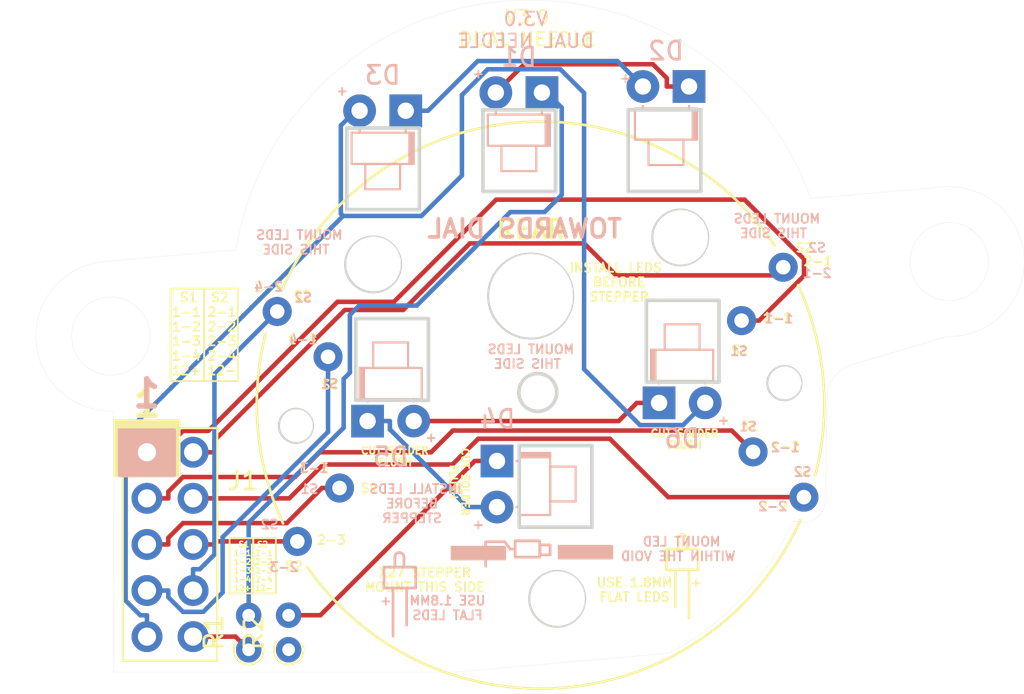
<source format=kicad_pcb>
(kicad_pcb (version 20221018) (generator pcbnew)
  (layers (0 "F.Cu" signal) (31 "B.Cu" signal) (34 "B.Paste" user) (35 "F.Paste" user) (36 "B.SilkS" user "B.Silkscreen") (37 "F.SilkS" user "F.Silkscreen") (38 "B.Mask" user) (39 "F.Mask" user) (44 "Edge.Cuts" user))
  (net 0 "")
  (net 1 "Net-(D1-Pad1)")
  (net 2 "Net-(D1-Pad2)")
  (net 3 "Net-(D2-Pad2)")
  (net 4 "/LED+12V")
  (net 5 "/LED-12V")
  (net 6 "/STEPPER-1-1")
  (net 7 "/STEPPER-1-2")
  (net 8 "/STEPPER-2-1")
  (net 9 "/STEPPER-2-2")
  (net 10 "/STEPPER-1-4")
  (net 11 "/STEPPER-1-3")
  (net 12 "/STEPPER-2-4")
  (net 13 "/STEPPER-2-3")
  (net 14 "Net-(D4-Pad1)")
  (net 15 "Net-(D4-Pad2)")
  (net 16 "Net-(D5-Pad2)")
  (footprint "Resistor_THT:R_Axial_DIN0204_L3.6mm_D1.6mm_P1.90mm_Vertical" (layer "F.Cu") (at 127.65 104.955 90)
    (fp_text reference "R1" (at 0.95 -1.92 90) (layer "F.SilkS"))
    (fp_text value "R")
    (fp_arc (start 0.320095 0.749359) (mid -0.813042 -0.054435) (end 0.417133 -0.7) (stroke (width 0.12)) (layer "F.SilkS"))
    (pad "1" thru_hole circle (at 0 0 90) (size 1.4 1.4) (drill 0.7) (layers "*.Cu" "*.Mask") (net 5 "/LED-12V"))
    (pad "2" thru_hole oval (at 1.9 0 90) (size 1.4 1.4) (drill 0.7) (layers "*.Cu" "*.Mask") (net 1 "Net-(D1-Pad1)"))
  )
  (footprint "Resistor_THT:R_Axial_DIN0204_L3.6mm_D1.6mm_P1.90mm_Vertical" (layer "F.Cu") (at 129.85 104.95 90)
    (fp_text reference "R2" (at 0.95 -1.92 90) (layer "F.SilkS"))
    (fp_text value "R")
    (fp_arc (start 0.320095 0.749359) (mid -0.813042 -0.054435) (end 0.417133 -0.7) (stroke (width 0.12)) (layer "F.SilkS"))
    (pad "1" thru_hole circle (at 0 0 90) (size 1.4 1.4) (drill 0.7) (layers "*.Cu" "*.Mask"))
    (pad "2" thru_hole oval (at 1.9 0 90) (size 1.4 1.4) (drill 0.7) (layers "*.Cu" "*.Mask") (net 14 "Net-(D4-Pad1)"))
  )
  (footprint "Connector_PinHeader_2.54mm:PinHeader_2x05_P2.54mm_Vertical" (layer "F.Cu") (at 122.05 94.07)
    (fp_text reference "J1" (at 5.3 1.575) (layer "F.SilkS"))
    (fp_text value "Conn_02x05_Top_Bottom")
    (fp_line (start -1.33 -1.33) (end 0 -1.33) (stroke (width 0.12)) (layer "F.SilkS"))
    (fp_line (start -1.33 0) (end -1.33 -1.33) (stroke (width 0.12)) (layer "F.SilkS"))
    (fp_line (start -1.33 1.27) (end -1.33 11.49) (stroke (width 0.12)) (layer "F.SilkS"))
    (fp_line (start -1.33 1.27) (end 1.27 1.27) (stroke (width 0.12)) (layer "F.SilkS"))
    (fp_line (start -1.33 11.49) (end 3.87 11.49) (stroke (width 0.12)) (layer "F.SilkS"))
    (fp_line (start 1.27 -1.33) (end 3.87 -1.33) (stroke (width 0.12)) (layer "F.SilkS"))
    (fp_line (start 1.27 1.27) (end 1.27 -1.33) (stroke (width 0.12)) (layer "F.SilkS"))
    (fp_line (start 3.87 -1.33) (end 3.87 11.49) (stroke (width 0.12)) (layer "F.SilkS"))
    (pad "1" thru_hole rect (at 0 0) (size 1.7 1.7) (drill 1) (layers "*.Cu" "*.Mask") (net 6 "/STEPPER-1-1"))
    (pad "2" thru_hole oval (at 2.54 0) (size 1.7 1.7) (drill 1) (layers "*.Cu" "*.Mask") (net 8 "/STEPPER-2-1"))
    (pad "3" thru_hole oval (at 0 2.54) (size 1.7 1.7) (drill 1) (layers "*.Cu" "*.Mask") (net 7 "/STEPPER-1-2"))
    (pad "4" thru_hole oval (at 2.54 2.54) (size 1.7 1.7) (drill 1) (layers "*.Cu" "*.Mask") (net 9 "/STEPPER-2-2"))
    (pad "5" thru_hole oval (at 0 5.08) (size 1.7 1.7) (drill 1) (layers "*.Cu" "*.Mask") (net 11 "/STEPPER-1-3"))
    (pad "6" thru_hole oval (at 2.54 5.08) (size 1.7 1.7) (drill 1) (layers "*.Cu" "*.Mask") (net 13 "/STEPPER-2-3"))
    (pad "7" thru_hole oval (at 0 7.62) (size 1.7 1.7) (drill 1) (layers "*.Cu" "*.Mask") (net 10 "/STEPPER-1-4"))
    (pad "8" thru_hole oval (at 2.54 7.62) (size 1.7 1.7) (drill 1) (layers "*.Cu" "*.Mask") (net 12 "/STEPPER-2-4"))
    (pad "9" thru_hole oval (at 0 10.16) (size 1.7 1.7) (drill 1) (layers "*.Cu" "*.Mask") (net 4 "/LED+12V"))
    (pad "10" thru_hole oval (at 2.54 10.16) (size 1.7 1.7) (drill 1) (layers "*.Cu" "*.Mask") (net 5 "/LED-12V"))
  )
  (footprint "ben:LED_D1.8mm_W1.8mm_H2.4mm_Horizontal_O1.27mm_Z1.6mm-OH" (layer "B.Cu") (at 134.2 92.35)
    (fp_text reference "D5" (at 1.27 1.96) (layer "B.SilkS") (effects (justify mirror)))
    (fp_text value "LED")
    (fp_line (start -0.44 -2.93) (end 2.98 -2.93) (stroke (width 0.12)) (layer "B.SilkS"))
    (fp_line (start -0.44 -1.21) (end -0.44 -2.93) (stroke (width 0.12)) (layer "B.SilkS"))
    (fp_line (start -0.32 -1.21) (end -0.32 -2.93) (stroke (width 0.12)) (layer "B.SilkS"))
    (fp_line (start -0.2 -1.21) (end -0.2 -2.93) (stroke (width 0.12)) (layer "B.SilkS"))
    (fp_line (start 0 -1.21) (end 0 -1.21) (stroke (width 0.12)) (layer "B.SilkS"))
    (fp_line (start 0 -1.21) (end 0 -1.08) (stroke (width 0.12)) (layer "B.SilkS"))
    (fp_line (start 0 -1.08) (end 0 -1.21) (stroke (width 0.12)) (layer "B.SilkS"))
    (fp_line (start 0 -1.08) (end 0 -1.08) (stroke (width 0.12)) (layer "B.SilkS"))
    (fp_line (start 0.31 -4.33) (end 2.23 -4.33) (stroke (width 0.12)) (layer "B.SilkS"))
    (fp_line (start 0.31 -2.93) (end 0.31 -4.33) (stroke (width 0.12)) (layer "B.SilkS"))
    (fp_line (start 2.23 -4.33) (end 2.23 -2.93) (stroke (width 0.12)) (layer "B.SilkS"))
    (fp_line (start 2.23 -2.93) (end 0.31 -2.93) (stroke (width 0.12)) (layer "B.SilkS"))
    (fp_line (start 2.54 -1.21) (end 2.54 -1.21) (stroke (width 0.12)) (layer "B.SilkS"))
    (fp_line (start 2.54 -1.21) (end 2.54 -1.08) (stroke (width 0.12)) (layer "B.SilkS"))
    (fp_line (start 2.54 -1.08) (end 2.54 -1.21) (stroke (width 0.12)) (layer "B.SilkS"))
    (fp_line (start 2.54 -1.08) (end 2.54 -1.08) (stroke (width 0.12)) (layer "B.SilkS"))
    (fp_line (start 2.98 -2.93) (end 2.98 -1.21) (stroke (width 0.12)) (layer "B.SilkS"))
    (fp_line (start 2.98 -1.21) (end -0.44 -1.21) (stroke (width 0.12)) (layer "B.SilkS"))
    (pad "1" thru_hole rect (at 0 0) (size 1.8 1.8) (drill 0.9) (layers "*.Cu" "*.Mask") (net 15 "Net-(D4-Pad2)"))
    (pad "2" thru_hole circle (at 2.54 0) (size 1.8 1.8) (drill 0.9) (layers "*.Cu" "*.Mask") (net 16 "Net-(D5-Pad2)"))
  )
  (footprint "ben:LED_D1.8mm_W1.8mm_H2.4mm_Horizontal_O1.27mm_Z1.6mm-OH" (layer "B.Cu") (at 141.325 94.55 -90)
    (fp_text reference "D4" (at -2.3 -0.025 180) (layer "B.SilkS") (effects (justify mirror)))
    (fp_text value "LED")
    (fp_line (start -0.44 -2.93) (end 2.98 -2.93) (stroke (width 0.12)) (layer "B.SilkS"))
    (fp_line (start -0.44 -1.21) (end -0.44 -2.93) (stroke (width 0.12)) (layer "B.SilkS"))
    (fp_line (start -0.32 -1.21) (end -0.32 -2.93) (stroke (width 0.12)) (layer "B.SilkS"))
    (fp_line (start -0.2 -1.21) (end -0.2 -2.93) (stroke (width 0.12)) (layer "B.SilkS"))
    (fp_line (start 0 -1.21) (end 0 -1.21) (stroke (width 0.12)) (layer "B.SilkS"))
    (fp_line (start 0 -1.21) (end 0 -1.08) (stroke (width 0.12)) (layer "B.SilkS"))
    (fp_line (start 0 -1.08) (end 0 -1.21) (stroke (width 0.12)) (layer "B.SilkS"))
    (fp_line (start 0 -1.08) (end 0 -1.08) (stroke (width 0.12)) (layer "B.SilkS"))
    (fp_line (start 0.31 -4.33) (end 2.23 -4.33) (stroke (width 0.12)) (layer "B.SilkS"))
    (fp_line (start 0.31 -2.93) (end 0.31 -4.33) (stroke (width 0.12)) (layer "B.SilkS"))
    (fp_line (start 2.23 -4.33) (end 2.23 -2.93) (stroke (width 0.12)) (layer "B.SilkS"))
    (fp_line (start 2.23 -2.93) (end 0.31 -2.93) (stroke (width 0.12)) (layer "B.SilkS"))
    (fp_line (start 2.54 -1.21) (end 2.54 -1.21) (stroke (width 0.12)) (layer "B.SilkS"))
    (fp_line (start 2.54 -1.21) (end 2.54 -1.08) (stroke (width 0.12)) (layer "B.SilkS"))
    (fp_line (start 2.54 -1.08) (end 2.54 -1.21) (stroke (width 0.12)) (layer "B.SilkS"))
    (fp_line (start 2.54 -1.08) (end 2.54 -1.08) (stroke (width 0.12)) (layer "B.SilkS"))
    (fp_line (start 2.98 -2.93) (end 2.98 -1.21) (stroke (width 0.12)) (layer "B.SilkS"))
    (fp_line (start 2.98 -1.21) (end -0.44 -1.21) (stroke (width 0.12)) (layer "B.SilkS"))
    (pad "1" thru_hole rect (at 0 0 270) (size 1.8 1.8) (drill 0.9) (layers "*.Cu" "*.Mask") (net 14 "Net-(D4-Pad1)"))
    (pad "2" thru_hole circle (at 2.54 0 270) (size 1.8 1.8) (drill 0.9) (layers "*.Cu" "*.Mask") (net 15 "Net-(D4-Pad2)"))
  )
  (footprint "ben:LED_D1.8mm_W1.8mm_H2.4mm_Horizontal_O1.27mm_Z1.6mm-OH" (layer "B.Cu") (at 150.25 91.35)
    (fp_text reference "D6" (at 1.27 1.96) (layer "B.SilkS") (effects (justify mirror)))
    (fp_text value "LED")
    (fp_line (start -0.44 -2.93) (end 2.98 -2.93) (stroke (width 0.12)) (layer "B.SilkS"))
    (fp_line (start -0.44 -1.21) (end -0.44 -2.93) (stroke (width 0.12)) (layer "B.SilkS"))
    (fp_line (start -0.32 -1.21) (end -0.32 -2.93) (stroke (width 0.12)) (layer "B.SilkS"))
    (fp_line (start -0.2 -1.21) (end -0.2 -2.93) (stroke (width 0.12)) (layer "B.SilkS"))
    (fp_line (start 0 -1.21) (end 0 -1.21) (stroke (width 0.12)) (layer "B.SilkS"))
    (fp_line (start 0 -1.21) (end 0 -1.08) (stroke (width 0.12)) (layer "B.SilkS"))
    (fp_line (start 0 -1.08) (end 0 -1.21) (stroke (width 0.12)) (layer "B.SilkS"))
    (fp_line (start 0 -1.08) (end 0 -1.08) (stroke (width 0.12)) (layer "B.SilkS"))
    (fp_line (start 0.31 -4.33) (end 2.23 -4.33) (stroke (width 0.12)) (layer "B.SilkS"))
    (fp_line (start 0.31 -2.93) (end 0.31 -4.33) (stroke (width 0.12)) (layer "B.SilkS"))
    (fp_line (start 2.23 -4.33) (end 2.23 -2.93) (stroke (width 0.12)) (layer "B.SilkS"))
    (fp_line (start 2.23 -2.93) (end 0.31 -2.93) (stroke (width 0.12)) (layer "B.SilkS"))
    (fp_line (start 2.54 -1.21) (end 2.54 -1.21) (stroke (width 0.12)) (layer "B.SilkS"))
    (fp_line (start 2.54 -1.21) (end 2.54 -1.08) (stroke (width 0.12)) (layer "B.SilkS"))
    (fp_line (start 2.54 -1.08) (end 2.54 -1.21) (stroke (width 0.12)) (layer "B.SilkS"))
    (fp_line (start 2.54 -1.08) (end 2.54 -1.08) (stroke (width 0.12)) (layer "B.SilkS"))
    (fp_line (start 2.98 -2.93) (end 2.98 -1.21) (stroke (width 0.12)) (layer "B.SilkS"))
    (fp_line (start 2.98 -1.21) (end -0.44 -1.21) (stroke (width 0.12)) (layer "B.SilkS"))
    (pad "1" thru_hole rect (at 0 0) (size 1.8 1.8) (drill 0.9) (layers "*.Cu" "*.Mask") (net 16 "Net-(D5-Pad2)"))
    (pad "2" thru_hole circle (at 2.54 0) (size 1.8 1.8) (drill 0.9) (layers "*.Cu" "*.Mask") (net 4 "/LED+12V"))
  )
  (footprint "ben:LED_D1.8mm_W1.8mm_H2.4mm_Horizontal_O1.27mm_Z1.6mm-OH" (layer "B.Cu") (at 136.3 75.25 180)
    (fp_text reference "D3" (at 1.27 1.96) (layer "B.SilkS") (effects (justify mirror)))
    (fp_text value "LED")
    (fp_line (start -0.44 -2.93) (end 2.98 -2.93) (stroke (width 0.12)) (layer "B.SilkS"))
    (fp_line (start -0.44 -1.21) (end -0.44 -2.93) (stroke (width 0.12)) (layer "B.SilkS"))
    (fp_line (start -0.32 -1.21) (end -0.32 -2.93) (stroke (width 0.12)) (layer "B.SilkS"))
    (fp_line (start -0.2 -1.21) (end -0.2 -2.93) (stroke (width 0.12)) (layer "B.SilkS"))
    (fp_line (start 0 -1.21) (end 0 -1.21) (stroke (width 0.12)) (layer "B.SilkS"))
    (fp_line (start 0 -1.21) (end 0 -1.08) (stroke (width 0.12)) (layer "B.SilkS"))
    (fp_line (start 0 -1.08) (end 0 -1.21) (stroke (width 0.12)) (layer "B.SilkS"))
    (fp_line (start 0 -1.08) (end 0 -1.08) (stroke (width 0.12)) (layer "B.SilkS"))
    (fp_line (start 0.31 -4.33) (end 2.23 -4.33) (stroke (width 0.12)) (layer "B.SilkS"))
    (fp_line (start 0.31 -2.93) (end 0.31 -4.33) (stroke (width 0.12)) (layer "B.SilkS"))
    (fp_line (start 2.23 -4.33) (end 2.23 -2.93) (stroke (width 0.12)) (layer "B.SilkS"))
    (fp_line (start 2.23 -2.93) (end 0.31 -2.93) (stroke (width 0.12)) (layer "B.SilkS"))
    (fp_line (start 2.54 -1.21) (end 2.54 -1.21) (stroke (width 0.12)) (layer "B.SilkS"))
    (fp_line (start 2.54 -1.21) (end 2.54 -1.08) (stroke (width 0.12)) (layer "B.SilkS"))
    (fp_line (start 2.54 -1.08) (end 2.54 -1.21) (stroke (width 0.12)) (layer "B.SilkS"))
    (fp_line (start 2.54 -1.08) (end 2.54 -1.08) (stroke (width 0.12)) (layer "B.SilkS"))
    (fp_line (start 2.98 -2.93) (end 2.98 -1.21) (stroke (width 0.12)) (layer "B.SilkS"))
    (fp_line (start 2.98 -1.21) (end -0.44 -1.21) (stroke (width 0.12)) (layer "B.SilkS"))
    (pad "1" thru_hole rect (at 0 0 180) (size 1.8 1.8) (drill 0.9) (layers "*.Cu" "*.Mask") (net 3 "Net-(D2-Pad2)"))
    (pad "2" thru_hole circle (at 2.54 0 180) (size 1.8 1.8) (drill 0.9) (layers "*.Cu" "*.Mask") (net 4 "/LED+12V"))
  )
  (footprint "ben:LED_D1.8mm_W1.8mm_H2.4mm_Horizontal_O1.27mm_Z1.6mm-OH" (layer "B.Cu") (at 151.9 73.914 180)
    (fp_text reference "D2" (at 1.27 1.96) (layer "B.SilkS") (effects (justify mirror)))
    (fp_text value "LED")
    (fp_line (start -0.44 -2.93) (end 2.98 -2.93) (stroke (width 0.12)) (layer "B.SilkS"))
    (fp_line (start -0.44 -1.21) (end -0.44 -2.93) (stroke (width 0.12)) (layer "B.SilkS"))
    (fp_line (start -0.32 -1.21) (end -0.32 -2.93) (stroke (width 0.12)) (layer "B.SilkS"))
    (fp_line (start -0.2 -1.21) (end -0.2 -2.93) (stroke (width 0.12)) (layer "B.SilkS"))
    (fp_line (start 0 -1.21) (end 0 -1.21) (stroke (width 0.12)) (layer "B.SilkS"))
    (fp_line (start 0 -1.21) (end 0 -1.08) (stroke (width 0.12)) (layer "B.SilkS"))
    (fp_line (start 0 -1.08) (end 0 -1.21) (stroke (width 0.12)) (layer "B.SilkS"))
    (fp_line (start 0 -1.08) (end 0 -1.08) (stroke (width 0.12)) (layer "B.SilkS"))
    (fp_line (start 0.31 -4.33) (end 2.23 -4.33) (stroke (width 0.12)) (layer "B.SilkS"))
    (fp_line (start 0.31 -2.93) (end 0.31 -4.33) (stroke (width 0.12)) (layer "B.SilkS"))
    (fp_line (start 2.23 -4.33) (end 2.23 -2.93) (stroke (width 0.12)) (layer "B.SilkS"))
    (fp_line (start 2.23 -2.93) (end 0.31 -2.93) (stroke (width 0.12)) (layer "B.SilkS"))
    (fp_line (start 2.54 -1.21) (end 2.54 -1.21) (stroke (width 0.12)) (layer "B.SilkS"))
    (fp_line (start 2.54 -1.21) (end 2.54 -1.08) (stroke (width 0.12)) (layer "B.SilkS"))
    (fp_line (start 2.54 -1.08) (end 2.54 -1.21) (stroke (width 0.12)) (layer "B.SilkS"))
    (fp_line (start 2.54 -1.08) (end 2.54 -1.08) (stroke (width 0.12)) (layer "B.SilkS"))
    (fp_line (start 2.98 -2.93) (end 2.98 -1.21) (stroke (width 0.12)) (layer "B.SilkS"))
    (fp_line (start 2.98 -1.21) (end -0.44 -1.21) (stroke (width 0.12)) (layer "B.SilkS"))
    (pad "1" thru_hole rect (at 0 0 180) (size 1.8 1.8) (drill 0.9) (layers "*.Cu" "*.Mask") (net 2 "Net-(D1-Pad2)"))
    (pad "2" thru_hole circle (at 2.54 0 180) (size 1.8 1.8) (drill 0.9) (layers "*.Cu" "*.Mask") (net 3 "Net-(D2-Pad2)"))
  )
  (footprint "single-x40:X40-stepper" (layer "B.Cu") (at 143.7229 91.4272 -175)
    (fp_text reference "U1" hide)
    (fp_text value "X40-stepper-gkl_misc" hide)
    (fp_arc (start -14.7 5.3) (mid -15.626189 0.047138) (end -14.731708 -5.211216) (stroke (width 0.15)) (layer "F.SilkS"))
    (fp_arc (start -13.7 -7.6) (mid -0.111624 -15.666446) (end 13.590314 -7.794445) (stroke (width 0.15)) (layer "F.SilkS"))
    (fp_arc (start 13.6 7.6) (mid 0 15.579474) (end -13.6 7.6) (stroke (width 0.15)) (layer "F.SilkS"))
    (fp_arc (start 14.7 -5.3) (mid 15.626189 -0.047138) (end 14.731708 5.211216) (stroke (width 0.15)) (layer "F.SilkS"))
    (pad "" np_thru_hole circle (at -13.5 0 185) (size 1.8 1.8) (drill 1.8) (layers "*.Cu" "*.Mask"))
    (pad "" np_thru_hole circle (at -8.49 8.49 185) (size 3 3) (drill 3) (layers "*.Cu" "*.Mask"))
    (pad "" np_thru_hole circle (at 0 -10.75 185) (size 3 3) (drill 3) (layers "*.Cu" "*.Mask"))
    (pad "" np_thru_hole circle (at 0 6 185) (size 4.6 4.6) (drill 4.6) (layers "*.Cu" "*.Mask"))
    (pad "" np_thru_hole circle (at 8.49 8.5 185) (size 3 3) (drill 3) (layers "*.Cu" "*.Mask"))
    (pad "" np_thru_hole circle (at 13.5 0 185) (size 1.8 1.8) (drill 1.8) (layers "*.Cu" "*.Mask"))
    (pad "1" thru_hole circle (at -11.43 3.63 185) (size 1.6 1.6) (drill 0.8) (layers "*.Cu" "*.Mask") (net 6 "/STEPPER-1-1"))
    (pad "2" thru_hole circle (at -11.43 -3.63 185) (size 1.6 1.6) (drill 0.8) (layers "*.Cu" "*.Mask") (net 7 "/STEPPER-1-2"))
    (pad "3" thru_hole circle (at 11.43 -3.63 185) (size 1.6 1.6) (drill 0.8) (layers "*.Cu" "*.Mask") (net 11 "/STEPPER-1-3"))
    (pad "4" thru_hole circle (at 11.43 3.63 185) (size 1.6 1.6) (drill 0.8) (layers "*.Cu" "*.Mask") (net 10 "/STEPPER-1-4"))
    (pad "5" thru_hole circle (at -13.97 6.36 185) (size 1.6 1.6) (drill 0.8) (layers "*.Cu" "*.Mask") (net 8 "/STEPPER-2-1"))
    (pad "6" thru_hole circle (at -14 -6.36 185) (size 1.6 1.6) (drill 0.8) (layers "*.Cu" "*.Mask") (net 9 "/STEPPER-2-2"))
    (pad "7" thru_hole circle (at 14 -6.36 185) (size 1.6 1.6) (drill 0.8) (layers "*.Cu" "*.Mask") (net 13 "/STEPPER-2-3"))
    (pad "8" thru_hole circle (at 14 6.36 185) (size 1.6 1.6) (drill 0.8) (layers "*.Cu" "*.Mask") (net 12 "/STEPPER-2-4"))
  )
  (footprint "ben:LED_D1.8mm_W1.8mm_H2.4mm_Horizontal_O1.27mm_Z1.6mm-OH" (layer "B.Cu") (at 143.8 74.25 180)
    (fp_text reference "D1" (at 1.27 1.96) (layer "B.SilkS") (effects (justify mirror)))
    (fp_text value "LED")
    (fp_line (start -0.44 -2.93) (end 2.98 -2.93) (stroke (width 0.12)) (layer "B.SilkS"))
    (fp_line (start -0.44 -1.21) (end -0.44 -2.93) (stroke (width 0.12)) (layer "B.SilkS"))
    (fp_line (start -0.32 -1.21) (end -0.32 -2.93) (stroke (width 0.12)) (layer "B.SilkS"))
    (fp_line (start -0.2 -1.21) (end -0.2 -2.93) (stroke (width 0.12)) (layer "B.SilkS"))
    (fp_line (start 0 -1.21) (end 0 -1.21) (stroke (width 0.12)) (layer "B.SilkS"))
    (fp_line (start 0 -1.21) (end 0 -1.08) (stroke (width 0.12)) (layer "B.SilkS"))
    (fp_line (start 0 -1.08) (end 0 -1.21) (stroke (width 0.12)) (layer "B.SilkS"))
    (fp_line (start 0 -1.08) (end 0 -1.08) (stroke (width 0.12)) (layer "B.SilkS"))
    (fp_line (start 0.31 -4.33) (end 2.23 -4.33) (stroke (width 0.12)) (layer "B.SilkS"))
    (fp_line (start 0.31 -2.93) (end 0.31 -4.33) (stroke (width 0.12)) (layer "B.SilkS"))
    (fp_line (start 2.23 -4.33) (end 2.23 -2.93) (stroke (width 0.12)) (layer "B.SilkS"))
    (fp_line (start 2.23 -2.93) (end 0.31 -2.93) (stroke (width 0.12)) (layer "B.SilkS"))
    (fp_line (start 2.54 -1.21) (end 2.54 -1.21) (stroke (width 0.12)) (layer "B.SilkS"))
    (fp_line (start 2.54 -1.21) (end 2.54 -1.08) (stroke (width 0.12)) (layer "B.SilkS"))
    (fp_line (start 2.54 -1.08) (end 2.54 -1.21) (stroke (width 0.12)) (layer "B.SilkS"))
    (fp_line (start 2.54 -1.08) (end 2.54 -1.08) (stroke (width 0.12)) (layer "B.SilkS"))
    (fp_line (start 2.98 -2.93) (end 2.98 -1.21) (stroke (width 0.12)) (layer "B.SilkS"))
    (fp_line (start 2.98 -1.21) (end -0.44 -1.21) (stroke (width 0.12)) (layer "B.SilkS"))
    (pad "1" thru_hole rect (at 0 0 180) (size 1.8 1.8) (drill 0.9) (layers "*.Cu" "*.Mask") (net 1 "Net-(D1-Pad1)"))
    (pad "2" thru_hole circle (at 2.54 0 180) (size 1.8 1.8) (drill 0.9) (layers "*.Cu" "*.Mask") (net 2 "Net-(D1-Pad2)"))
  )
  (gr_line (start 136.35 103.6) (end 136.35 101.6) (stroke (width 0.15)) (layer "B.SilkS"))
  (gr_line (start 140.7 99) (end 141.75 99) (stroke (width 0.15)) (layer "B.SilkS"))
  (gr_line (start 135.7 100.4) (end 135.7 99.82813) (stroke (width 0.15)) (layer "B.SilkS"))
  (gr_rect (start 138.85 99.3) (end 141.75 99.95) (stroke (width 0.15)) (fill solid) (layer "B.SilkS"))
  (gr_rect (start 120.55 92.85) (end 123.55 95.35) (stroke (width 0.2)) (fill solid) (layer "B.SilkS"))
  (gr_line (start 136.2 100.4) (end 136.2 99.82813) (stroke (width 0.15)) (layer "B.SilkS"))
  (gr_arc (start 135.7 99.82813) (mid 135.95 99.6) (end 136.2 99.82813) (stroke (width 0.15)) (layer "B.SilkS"))
  (gr_line (start 142.05 99.4) (end 142.325 99.4) (stroke (width 0.15)) (layer "B.SilkS"))
  (gr_rect (start 144.75 99.25) (end 147.65 99.9) (stroke (width 0.15)) (fill solid) (layer "B.SilkS"))
  (gr_line (start 140.7 100.35) (end 140.7 99) (stroke (width 0.15)) (layer "B.SilkS"))
  (gr_rect (start 135.1 100.4) (end 136.85 101.55) (stroke (width 0.15)) (fill none) (layer "B.SilkS"))
  (gr_line (start 141.75 99) (end 142.05 99.4) (stroke (width 0.15)) (layer "B.SilkS"))
  (gr_rect (start 142.325 98.95) (end 143.675 99.85) (stroke (width 0.15)) (fill none) (layer "B.SilkS"))
  (gr_rect (start 143.7 99.175) (end 144.25 99.725) (stroke (width 0.15)) (fill none) (layer "B.SilkS"))
  (gr_line (start 135.6 104.2) (end 135.6 101.6) (stroke (width 0.15)) (layer "B.SilkS"))
  (gr_line (start 151.9 100.6) (end 151.9 103.2) (stroke (width 0.15)) (layer "F.SilkS"))
  (gr_line (start 151.15 100.6) (end 151.15 102.6) (stroke (width 0.15)) (layer "F.SilkS"))
  (gr_rect (start 123.35 85.05) (end 125.2 90.15) (stroke (width 0.1)) (fill none) (layer "F.SilkS"))
  (gr_rect (start 125.2 85.05) (end 127.05 90.15) (stroke (width 0.1)) (fill none) (layer "F.SilkS"))
  (gr_line (start 151.8 98.82813) (end 151.8 99.4) (stroke (width 0.15)) (layer "F.SilkS"))
  (gr_rect (start 126.6 98.8) (end 127.9 101.85) (stroke (width 0.1)) (fill none) (layer "F.SilkS"))
  (gr_rect (start 150.65 99.4) (end 152.4 100.55) (stroke (width 0.15)) (fill none) (layer "F.SilkS"))
  (gr_line (start 151.3 98.82813) (end 151.3 99.4) (stroke (width 0.15)) (layer "F.SilkS"))
  (gr_line (start 151.35 99.4) (end 151.85 99.4) (stroke (width 0.15)) (layer "F.SilkS"))
  (gr_rect (start 127.9 98.8) (end 129.15 101.85) (stroke (width 0.1)) (fill none) (layer "F.SilkS"))
  (gr_rect (start 120.3 92.35) (end 123.8 95.35) (stroke (width 0.2)) (fill solid) (layer "F.SilkS"))
  (gr_arc (start 151.3 98.82813) (mid 151.55 98.6) (end 151.8 98.82813) (stroke (width 0.15)) (layer "F.SilkS"))
  (gr_line (start 137.55 91.2) (end 133.55 91.2) (stroke (width 0.2)) (layer "Edge.Cuts"))
  (gr_line (start 159.415035 96.692033) (end 159.503261 90.792896) (stroke (width 0.01)) (layer "Edge.Cuts"))
  (gr_arc (start 120.220136 91.793442) (mid 115.936516 87.931386) (end 119.695947 83.557423) (stroke (width 0.01)) (layer "Edge.Cuts"))
  (gr_line (start 146.55 98.2) (end 142.55 98.2) (stroke (width 0.2)) (layer "Edge.Cuts"))
  (gr_line (start 165.863593 79.450472) (end 158.607673 80.085282) (stroke (width 0.01)) (layer "Edge.Cuts"))
  (gr_line (start 152.55 79.7) (end 148.55 79.7) (stroke (width 0.2)) (layer "Edge.Cuts"))
  (gr_circle (center 166.223328 83.562265) (end 168.375978 83.562265) (stroke (width 0.01)) (fill none) (layer "Edge.Cuts"))
  (gr_line (start 161.032214 89.195196) (end 166.107598 87.688143) (stroke (width 0.01)) (layer "Edge.Cuts"))
  (gr_line (start 137.05 80.7) (end 133.05 80.7) (stroke (width 0.2)) (layer "Edge.Cuts"))
  (gr_line (start 140.55 75.2) (end 144.55 75.2) (stroke (width 0.2)) (layer "Edge.Cuts"))
  (gr_arc (start 147.100821 69.643497) (mid 149.304488 70.363418) (end 151.384732 71.386657) (stroke (width 0.01)) (layer "Edge.Cuts"))
  (gr_circle (center 143.177557 85.462053) (end 140.877557 85.462053) (stroke (width 0.2)) (fill none) (layer "Edge.Cuts"))
  (gr_line (start 144.55 79.7) (end 140.55 79.7) (stroke (width 0.2)) (layer "Edge.Cuts"))
  (gr_line (start 133.05 80.7) (end 133.05 76.2) (stroke (width 0.2)) (layer "Edge.Cuts"))
  (gr_arc (start 157.642421 97.851357) (mid 154.827166 102.07375) (end 150.787931 105.146021) (stroke (width 0.01)) (layer "Edge.Cuts"))
  (gr_line (start 146.55 93.7) (end 146.55 98.2) (stroke (width 0.2)) (layer "Edge.Cuts"))
  (gr_line (start 120.220137 92.812589) (end 120.190154 106.181059) (stroke (width 0.01)) (layer "Edge.Cuts"))
  (gr_line (start 126.95182 82.922616) (end 119.695947 83.557423) (stroke (width 0.01)) (layer "Edge.Cuts"))
  (gr_arc (start 159.415035 96.692033) (mid 159.056246 97.561256) (end 158.2 97.95) (stroke (width 0.01)) (layer "Edge.Cuts"))
  (gr_line (start 149.55 85.7) (end 153.55 85.7) (stroke (width 0.2)) (layer "Edge.Cuts"))
  (gr_line (start 120.220136 91.79344) (end 120.220137 92.812589) (stroke (width 0.01)) (layer "Edge.Cuts"))
  (gr_line (start 140.55 79.7) (end 140.55 75.2) (stroke (width 0.2)) (layer "Edge.Cuts"))
  (gr_line (start 120.190154 106.181059) (end 138.957399 106.181059) (stroke (width 0.01)) (layer "Edge.Cuts"))
  (gr_circle (center 151.41736 82.231614) (end 149.91736 82.231614) (stroke (width 0.2)) (fill none) (layer "Edge.Cuts"))
  (gr_line (start 152.55 75.2) (end 152.55 79.7) (stroke (width 0.2)) (layer "Edge.Cuts"))
  (gr_circle (center 120.055684 87.669218) (end 122.208334 87.669218) (stroke (width 0.01)) (fill none) (layer "Edge.Cuts"))
  (gr_circle (center 143.570017 90.774461) (end 142.52639 90.774461) (stroke (width 0.2)) (fill none) (layer "Edge.Cuts"))
  (gr_line (start 148.55 75.2) (end 152.55 75.2) (stroke (width 0.2)) (layer "Edge.Cuts"))
  (gr_line (start 133.05 76.2) (end 137.05 76.2) (stroke (width 0.2)) (layer "Edge.Cuts"))
  (gr_line (start 133.55 86.7) (end 137.55 86.7) (stroke (width 0.2)) (layer "Edge.Cuts"))
  (gr_circle (center 157.149119 90.262618) (end 156.249119 90.262618) (stroke (width 0.2)) (fill none) (layer "Edge.Cuts"))
  (gr_line (start 153.55 90.2) (end 149.55 90.2) (stroke (width 0.2)) (layer "Edge.Cuts"))
  (gr_circle (center 144.637415 102.148314) (end 143.137415 102.148314) (stroke (width 0.2)) (fill none) (layer "Edge.Cuts"))
  (gr_line (start 142.55 98.2) (end 142.55 93.7) (stroke (width 0.2)) (layer "Edge.Cuts"))
  (gr_line (start 144.55 75.2) (end 144.55 79.7) (stroke (width 0.2)) (layer "Edge.Cuts"))
  (gr_circle (center 130.251863 92.615823) (end 129.351863 92.615823) (stroke (width 0.2)) (fill none) (layer "Edge.Cuts"))
  (gr_line (start 142.55 93.7) (end 146.55 93.7) (stroke (width 0.2)) (layer "Edge.Cuts"))
  (gr_line (start 137.05 76.2) (end 137.05 80.7) (stroke (width 0.2)) (layer "Edge.Cuts"))
  (gr_circle (center 134.502846 83.72148) (end 133.002846 83.72148) (stroke (width 0.2)) (fill none) (layer "Edge.Cuts"))
  (gr_arc (start 165.863593 79.450472) (mid 170.349018 83.44006) (end 166.107598 87.688143) (stroke (width 0.01)) (layer "Edge.Cuts"))
  (gr_line (start 137.55 86.7) (end 137.55 91.2) (stroke (width 0.2)) (layer "Edge.Cuts"))
  (gr_arc (start 151.384681 71.386729) (mid 155.768943 75.094326) (end 158.607673 80.085282) (stroke (width 0.01)) (layer "Edge.Cuts"))
  (gr_line (start 153.55 85.7) (end 153.55 90.2) (stroke (width 0.2)) (layer "Edge.Cuts"))
  (gr_line (start 138.957399 106.181059) (end 150.787931 105.146021) (stroke (width 0.01)) (layer "Edge.Cuts"))
  (gr_line (start 133.55 91.2) (end 133.55 86.7) (stroke (width 0.2)) (layer "Edge.Cuts"))
  (gr_arc (start 159.503261 90.792896) (mid 160.026816 89.76349) (end 161.032214 89.195196) (stroke (width 0.01)) (layer "Edge.Cuts"))
  (gr_line (start 151.384681 71.386729) (end 151.384732 71.386657) (stroke (width 0.2)) (layer "Edge.Cuts"))
  (gr_line (start 149.55 90.2) (end 149.55 85.7) (stroke (width 0.2)) (layer "Edge.Cuts"))
  (gr_line (start 148.55 79.7) (end 148.55 75.2) (stroke (width 0.2)) (layer "Edge.Cuts"))
  (gr_line (start 157.642421 97.851357) (end 158.2 97.95) (stroke (width 0.01)) (layer "Edge.Cuts"))
  (gr_arc (start 126.95182 82.922616) (mid 134.108302 71.855416) (end 147.100821 69.643497) (stroke (width 0.01)) (layer "Edge.Cuts"))
  (gr_text "1-1\n" (at 156.85 86.7) (layer "B.SilkS") (effects (font (size 0.5 0.5) (thickness 0.1)) (justify mirror)))
  (gr_text "1" (at 122.032348 90.83815) (layer "B.SilkS") (effects (font (size 1.5 1.5) (thickness 0.3)) (justify mirror)))
  (gr_text "+" (at 135.2 102.25) (layer "B.SilkS") (effects (font (size 0.5 0.5) (thickness 0.1)) (justify mirror)))
  (gr_text "MOUNT LED \nWITHIN THE VOID" (at 151.3 99.4) (layer "B.SilkS") (effects (font (size 0.5 0.5) (thickness 0.1)) (justify mirror)))
  (gr_text "2-4" (at 128.75 84.95) (layer "B.SilkS") (effects (font (size 0.5 0.5) (thickness 0.1)) (justify mirror)))
  (gr_text "+" (at 132.8 74.15) (layer "B.SilkS") (effects (font (size 0.5 0.5) (thickness 0.1)) (justify mirror)))
  (gr_text "+" (at 140.3 98.05) (layer "B.SilkS") (effects (font (size 0.5 0.5) (thickness 0.1)) (justify mirror)))
  (gr_text "2-3" (at 129.6 100.4) (layer "B.SilkS") (effects (font (size 0.5 0.5) (thickness 0.1)) (justify mirror)))
  (gr_text "1-2\n" (at 157.2 93.8) (layer "B.SilkS") (effects (font (size 0.5 0.5) (thickness 0.1)) (justify mirror)))
  (gr_text "+" (at 153.8 92.3) (layer "B.SilkS") (effects (font (size 0.5 0.5) (thickness 0.1)) (justify mirror)))
  (gr_text "TOWARDS DIAL" (at 142.85 81.75) (layer "B.SilkS") (effects (font (size 1 1) (thickness 0.2)) (justify mirror)))
  (gr_text "MOUNT LEDS \nTHIS SIDE" (at 130.25 82.5) (layer "B.SilkS") (effects (font (size 0.5 0.5) (thickness 0.1)) (justify mirror)))
  (gr_text "+" (at 148.4 73.45) (layer "B.SilkS") (effects (font (size 0.5 0.5) (thickness 0.1)) (justify mirror)))
  (gr_text "USE 1.8MM\nFLAT LEDS" (at 138.6 102.65) (layer "B.SilkS") (effects (font (size 0.5 0.5) (thickness 0.1)) (justify mirror)))
  (gr_text "S2" (at 158.95 82.8) (layer "B.SilkS") (effects (font (size 0.5 0.5) (thickness 0.1)) (justify mirror)))
  (gr_text "S1" (at 132.1 90.3) (layer "B.SilkS") (effects (font (size 0.5 0.5) (thickness 0.1)) (justify mirror)))
  (gr_text "+" (at 137.7 93.25) (layer "B.SilkS") (effects (font (size 0.5 0.5) (thickness 0.1)) (justify mirror)))
  (gr_text "2-2\n" (at 156.5 97.05) (layer "B.SilkS") (effects (font (size 0.5 0.5) (thickness 0.1)) (justify mirror)))
  (gr_text "1-3" (at 131.25 94.95) (layer "B.SilkS") (effects (font (size 0.5 0.5) (thickness 0.1)) (justify mirror)))
  (gr_text "V3.0\nDUAL NEEDLE" (at 142.9 70.8) (layer "B.SilkS") (effects (font (size 0.75 0.75) (thickness 0.1)) (justify mirror)))
  (gr_text "2-1" (at 158.95 84.2) (layer "B.SilkS") (effects (font (size 0.5 0.5) (thickness 0.1)) (justify mirror)))
  (gr_text "S2" (at 158.15 95.15) (layer "B.SilkS") (effects (font (size 0.5 0.5) (thickness 0.1)) (justify mirror)))
  (gr_text "S1" (at 131 96.1) (layer "B.SilkS") (effects (font (size 0.5 0.5) (thickness 0.1)) (justify mirror)))
  (gr_text "MOUNT LEDS \nTHIS SIDE" (at 156.55 81.6) (layer "B.SilkS") (effects (font (size 0.5 0.5) (thickness 0.1)) (justify mirror)))
  (gr_text "+" (at 140.3 73.2) (layer "B.SilkS") (effects (font (size 0.5 0.5) (thickness 0.1)) (justify mirror)))
  (gr_text "S1" (at 154.65 88.5) (layer "B.SilkS") (effects (font (size 0.5 0.5) (thickness 0.1)) (justify mirror)))
  (gr_text "INSTALL LEDS \nBEFORE\nSTEPPER" (at 136.65 96.9) (layer "B.SilkS") (effects (font (size 0.5 0.5) (thickness 0.1)) (justify mirror)))
  (gr_text "MOUNT LEDS \nTHIS SIDE" (at 143 88.8) (layer "B.SilkS") (effects (font (size 0.5 0.5) (thickness 0.1)) (justify mirror)))
  (gr_text "S1" (at 155.15 92.65) (layer "B.SilkS") (effects (font (size 0.5 0.5) (thickness 0.1)) (justify mirror)))
  (gr_text "1-4" (at 130.65 87.85) (layer "B.SilkS") (effects (font (size 0.5 0.5) (thickness 0.1)) (justify mirror)))
  (gr_text "S2" (at 130.65 85.55) (layer "B.SilkS") (effects (font (size 0.5 0.5) (thickness 0.1)) (justify mirror)))
  (gr_text "S2" (at 128.8 98.05) (layer "B.SilkS") (effects (font (size 0.5 0.5) (thickness 0.1)) (justify mirror)))
  (gr_text "1" (at 122.05 91.35) (layer "F.SilkS") (effects (font (size 1.5 1.5) (thickness 0.3))))
  (gr_text "S1" (at 132.15 90.35) (layer "F.SilkS") (effects (font (size 0.5 0.5) (thickness 0.1))))
  (gr_text "INSTALL LEDS \nBEFORE\nSTEPPER" (at 148.05 84.7) (layer "F.SilkS") (effects (font (size 0.5 0.5) (thickness 0.1))))
  (gr_text "2-1" (at 159 83.55) (layer "F.SilkS") (effects (font (size 0.5 0.5) (thickness 0.1))))
  (gr_text "2-2" (at 156.55 97.05) (layer "F.SilkS") (effects (font (size 0.5 0.5) (thickness 0.1))))
  (gr_text "S2" (at 158.25 82.8) (layer "F.SilkS") (effects (font (size 0.5 0.5) (thickness 0.1))))
  (gr_text "S2" (at 130.15 100.35) (layer "F.SilkS") (effects (font (size 0.5 0.5) (thickness 0.1))))
  (gr_text "CUT SOLDER\nFLUSH" (at 135.7 94.3) (layer "F.SilkS") (effects (font (size 0.4 0.4) (thickness 0.1))))
  (gr_text "1-3" (at 131.25 94.95) (layer "F.SilkS") (effects (font (size 0.5 0.5) (thickness 0.1))))
  (gr_text "USE 1.8MM\nFLAT LEDS" (at 148.9 101.65) (layer "F.SilkS") (effects (font (size 0.5 0.5) (thickness 0.1))))
  (gr_text "S1  S2\n1-1 2-1\n1-2 2-2\n1-3 2-3\n1-4 2-4\n12+ 12-" (at 127.9 100.35) (layer "F.SilkS") (effects (font (size 0.3 0.3) (thickness 0.075))))
  (gr_text "2-3" (at 132.2 98.9) (layer "F.SilkS") (effects (font (size 0.5 0.5) (thickness 0.1))))
  (gr_text "REAR" (at 143.2 81.8) (layer "F.SilkS") (effects (font (size 1 1) (thickness 0.2))))
  (gr_text "1-1\n" (at 156.75 86.65) (layer "F.SilkS") (effects (font (size 0.5 0.5) (thickness 0.1))))
  (gr_text "CUT SOLDER\nFLUSH" (at 139.25 95.7 270) (layer "F.SilkS") (effects (font (size 0.4 0.4) (thickness 0.1))))
  (gr_text "S1" (at 154.7 88.45) (layer "F.SilkS") (effects (font (size 0.5 0.5) (thickness 0.1))))
  (gr_text "1-2" (at 157.2 93.75) (layer "F.SilkS") (effects (font (size 0.5 0.5) (thickness 0.1))))
  (gr_text "2-4\n" (at 128.75 84.95) (layer "F.SilkS") (effects (font (size 0.5 0.5) (thickness 0.1))))
  (gr_text "1-4\n" (at 130.6 87.85) (layer "F.SilkS") (effects (font (size 0.5 0.5) (thickness 0.1))))
  (gr_text "S2" (at 130.6 85.45) (layer "F.SilkS") (effects (font (size 0.5 0.5) (thickness 0.1))))
  (gr_text "X27 STEPPER\nMOUNT THIS SIDE" (at 137.35 101.1) (layer "F.SilkS") (effects (font (size 0.5 0.5) (thickness 0.1))))
  (gr_text "S2" (at 158.15 95.15) (layer "F.SilkS") (effects (font (size 0.5 0.5) (thickness 0.1))))
  (gr_text "V3.0\nDUAL NEEDLE" (at 143 70.7) (layer "F.SilkS") (effects (font (size 0.75 0.75) (thickness 0.1))))
  (gr_text "CUT SOLDER\nFLUSH" (at 151.65 93.35) (layer "F.SilkS") (effects (font (size 0.4 0.4) (thickness 0.1))))
  (gr_text "S1" (at 155.25 92.65) (layer "F.SilkS") (effects (font (size 0.5 0.5) (thickness 0.1))))
  (gr_text "+" (at 152.3 101.25) (layer "F.SilkS") (effects (font (size 0.5 0.5) (thickness 0.1))))
  (gr_text "S1" (at 134.3 96.05) (layer "F.SilkS") (effects (font (size 0.5 0.5) (thickness 0.1))))
  (gr_text "S1  S2\n1-1 2-1\n1-2 2-2\n1-3 2-3\n1-4 2-4\n12+ 12-" (at 125.2 87.55) (layer "F.SilkS") (effects (font (size 0.5 0.5) (thickness 0.1))))
  (segment (start 127.65 97.9516) (end 127.65 103.055) (width 0.25) (layer "B.Cu") (net 1))
  (segment (start 133.7335 85.9895) (end 133.2246 86.4984) (width 0.25) (layer "B.Cu") (net 1))
  (segment (start 133.2246 86.4984) (end 133.2246 89.6826) (width 0.25) (layer "B.Cu") (net 1))
  (segment (start 143.9401 80.8344) (end 142.0594 80.8344) (width 0.25) (layer "B.Cu") (net 1))
  (segment (start 144.89 79.8845) (end 143.9401 80.8344) (width 0.25) (layer "B.Cu") (net 1))
  (segment (start 132.8818 90.0254) (end 132.8818 92.7198) (width 0.25) (layer "B.Cu") (net 1))
  (segment (start 142.0594 80.8344) (end 136.9043 85.9895) (width 0.25) (layer "B.Cu") (net 1))
  (segment (start 133.2246 89.6826) (end 132.8818 90.0254) (width 0.25) (layer "B.Cu") (net 1))
  (segment (start 144.0603 74.25) (end 144.89 75.0797) (width 0.25) (layer "B.Cu") (net 1))
  (segment (start 136.9043 85.9895) (end 133.7335 85.9895) (width 0.25) (layer "B.Cu") (net 1))
  (segment (start 132.8818 92.7198) (end 127.65 97.9516) (width 0.25) (layer "B.Cu") (net 1))
  (segment (start 144.89 75.0797) (end 144.89 79.8845) (width 0.25) (layer "B.Cu") (net 1))
  (segment (start 143.8 74.25) (end 144.0603 74.25) (width 0.25) (layer "B.Cu") (net 1))
  (segment (start 151.9 73.914) (end 150.6747 73.914) (width 0.25) (layer "F.Cu") (net 2))
  (segment (start 141.26 74.25) (end 142.8213 72.6887) (width 0.25) (layer "F.Cu") (net 2))
  (segment (start 149.909 72.6887) (end 150.6747 73.4544) (width 0.25) (layer "F.Cu") (net 2))
  (segment (start 150.6747 73.4544) (end 150.6747 73.914) (width 0.25) (layer "F.Cu") (net 2))
  (segment (start 142.8213 72.6887) (end 149.909 72.6887) (width 0.25) (layer "F.Cu") (net 2))
  (segment (start 136.3 75.25) (end 137.5253 75.25) (width 0.25) (layer "B.Cu") (net 3))
  (segment (start 149.36 73.914) (end 147.9587 72.5127) (width 0.25) (layer "B.Cu") (net 3))
  (segment (start 140.2626 72.5127) (end 137.5253 75.25) (width 0.25) (layer "B.Cu") (net 3))
  (segment (start 147.9587 72.5127) (end 140.2626 72.5127) (width 0.25) (layer "B.Cu") (net 3))
  (segment (start 140.814 72.9631) (end 139.3925 74.3846) (width 0.25) (layer "B.Cu") (net 4))
  (segment (start 151.5646 92.5754) (end 149.2026 92.5754) (width 0.25) (layer "B.Cu") (net 4))
  (segment (start 132.7246 80.9203) (end 132.7246 76.0653) (width 0.25) (layer "B.Cu") (net 4))
  (segment (start 132.7246 76.0653) (end 133.5399 75.25) (width 0.25) (layer "B.Cu") (net 4))
  (segment (start 139.3925 74.3846) (end 139.3925 78.8203) (width 0.25) (layer "B.Cu") (net 4))
  (segment (start 137.1656 81.0472) (end 132.8515 81.0472) (width 0.25) (layer "B.Cu") (net 4))
  (segment (start 120.8747 102.2468) (end 121.6826 103.0547) (width 0.25) (layer "B.Cu") (net 4))
  (segment (start 121.6826 103.0547) (end 122.05 103.0547) (width 0.25) (layer "B.Cu") (net 4))
  (segment (start 132.8515 81.0472) (end 132.7246 80.9203) (width 0.25) (layer "B.Cu") (net 4))
  (segment (start 120.8747 93.024) (end 120.8747 102.2468) (width 0.25) (layer "B.Cu") (net 4))
  (segment (start 146.1205 89.4933) (end 146.1205 74.2715) (width 0.25) (layer "B.Cu") (net 4))
  (segment (start 133.5399 75.25) (end 133.76 75.25) (width 0.25) (layer "B.Cu") (net 4))
  (segment (start 146.1205 74.2715) (end 144.8121 72.9631) (width 0.25) (layer "B.Cu") (net 4))
  (segment (start 152.79 91.35) (end 151.5646 92.5754) (width 0.25) (layer "B.Cu") (net 4))
  (segment (start 132.8515 81.0472) (end 120.8747 93.024) (width 0.25) (layer "B.Cu") (net 4))
  (segment (start 144.8121 72.9631) (end 140.814 72.9631) (width 0.25) (layer "B.Cu") (net 4))
  (segment (start 122.05 104.23) (end 122.05 103.0547) (width 0.25) (layer "B.Cu") (net 4))
  (segment (start 139.3925 78.8203) (end 137.1656 81.0472) (width 0.25) (layer "B.Cu") (net 4))
  (segment (start 149.2026 92.5754) (end 146.1205 89.4933) (width 0.25) (layer "B.Cu") (net 4))
  (segment (start 126.925 104.23) (end 127.65 104.955) (width 0.25) (layer "F.Cu") (net 5))
  (segment (start 124.59 104.23) (end 126.925 104.23) (width 0.25) (layer "F.Cu") (net 5))
  (segment (start 154.793 86.8148) (end 155.7586 86.8148) (width 0.25) (layer "F.Cu") (net 6))
  (segment (start 154.9573 80.1495) (end 141.2778 80.1495) (width 0.25) (layer "F.Cu") (net 6))
  (segment (start 141.2778 80.1495) (end 135.6483 85.779) (width 0.25) (layer "F.Cu") (net 6))
  (segment (start 158.2281 84.3453) (end 158.2281 83.4203) (width 0.25) (layer "F.Cu") (net 6))
  (segment (start 122.05 94.07) (end 123.2253 94.07) (width 0.25) (layer "F.Cu") (net 6))
  (segment (start 135.6483 85.779) (end 132.5411 85.779) (width 0.25) (layer "F.Cu") (net 6))
  (segment (start 158.2281 83.4203) (end 154.9573 80.1495) (width 0.25) (layer "F.Cu") (net 6))
  (segment (start 125.4254 92.8947) (end 124.0332 92.8947) (width 0.25) (layer "F.Cu") (net 6))
  (segment (start 132.5411 85.779) (end 125.4254 92.8947) (width 0.25) (layer "F.Cu") (net 6))
  (segment (start 123.2253 93.7026) (end 123.2253 94.07) (width 0.25) (layer "F.Cu") (net 6))
  (segment (start 124.0332 92.8947) (end 123.2253 93.7026) (width 0.25) (layer "F.Cu") (net 6))
  (segment (start 155.7586 86.8148) (end 158.2281 84.3453) (width 0.25) (layer "F.Cu") (net 6))
  (segment (start 131.5659 94.0701) (end 130.2013 95.4347) (width 0.25) (layer "F.Cu") (net 7))
  (segment (start 122.05 96.61) (end 123.2253 96.61) (width 0.25) (layer "F.Cu") (net 7))
  (segment (start 155.4258 94.0472) (end 154.253 92.8744) (width 0.25) (layer "F.Cu") (net 7))
  (segment (start 138.8924 92.8744) (end 137.6967 94.0701) (width 0.25) (layer "F.Cu") (net 7))
  (segment (start 154.253 92.8744) (end 138.8924 92.8744) (width 0.25) (layer "F.Cu") (net 7))
  (segment (start 123.2253 96.2426) (end 123.2253 96.61) (width 0.25) (layer "F.Cu") (net 7))
  (segment (start 137.6967 94.0701) (end 131.5659 94.0701) (width 0.25) (layer "F.Cu") (net 7))
  (segment (start 130.2013 95.4347) (end 124.0332 95.4347) (width 0.25) (layer "F.Cu") (net 7))
  (segment (start 124.0332 95.4347) (end 123.2253 96.2426) (width 0.25) (layer "F.Cu") (net 7))
  (segment (start 147.884 84.3215) (end 156.6377 84.3215) (width 0.25) (layer "F.Cu") (net 8))
  (segment (start 125.7653 93.4089) (end 132.9448 86.2294) (width 0.25) (layer "F.Cu") (net 8))
  (segment (start 146.1224 82.5599) (end 147.884 84.3215) (width 0.25) (layer "F.Cu") (net 8))
  (segment (start 156.6377 84.3215) (end 157.0854 83.8738) (width 0.25) (layer "F.Cu") (net 8))
  (segment (start 124.59 94.07) (end 125.7653 94.07) (width 0.25) (layer "F.Cu") (net 8))
  (segment (start 132.9448 86.2294) (end 136.1614 86.2294) (width 0.25) (layer "F.Cu") (net 8))
  (segment (start 125.7653 94.07) (end 125.7653 93.4089) (width 0.25) (layer "F.Cu") (net 8))
  (segment (start 136.1614 86.2294) (end 139.8309 82.5599) (width 0.25) (layer "F.Cu") (net 8))
  (segment (start 139.8309 82.5599) (end 146.1224 82.5599) (width 0.25) (layer "F.Cu") (net 8))
  (segment (start 129.8882 96.61) (end 124.59 96.61) (width 0.25) (layer "F.Cu") (net 9))
  (segment (start 150.7547 96.5428) (end 147.5366 93.3247) (width 0.25) (layer "F.Cu") (net 9))
  (segment (start 147.5366 93.3247) (end 140.2902 93.3247) (width 0.25) (layer "F.Cu") (net 9))
  (segment (start 140.2902 93.3247) (end 138.8694 94.7455) (width 0.25) (layer "F.Cu") (net 9))
  (segment (start 131.7527 94.7455) (end 129.8882 96.61) (width 0.25) (layer "F.Cu") (net 9))
  (segment (start 138.8694 94.7455) (end 131.7527 94.7455) (width 0.25) (layer "F.Cu") (net 9))
  (segment (start 158.2239 96.5428) (end 150.7547 96.5428) (width 0.25) (layer "F.Cu") (net 9))
  (segment (start 132.02 88.8072) (end 132.02 92.9447) (width 0.25) (layer "B.Cu") (net 10))
  (segment (start 125.1492 102.8653) (end 124.0332 102.8653) (width 0.25) (layer "B.Cu") (net 10))
  (segment (start 124.0332 102.8653) (end 123.2253 102.0574) (width 0.25) (layer "B.Cu") (net 10))
  (segment (start 122.05 101.69) (end 123.2253 101.69) (width 0.25) (layer "B.Cu") (net 10))
  (segment (start 126.2162 98.7485) (end 126.2162 101.7983) (width 0.25) (layer "B.Cu") (net 10))
  (segment (start 126.2162 101.7983) (end 125.1492 102.8653) (width 0.25) (layer "B.Cu") (net 10))
  (segment (start 123.2253 102.0574) (end 123.2253 101.69) (width 0.25) (layer "B.Cu") (net 10))
  (segment (start 132.02 92.9447) (end 126.2162 98.7485) (width 0.25) (layer "B.Cu") (net 10))
  (segment (start 131.6826 96.0396) (end 129.7475 97.9747) (width 0.25) (layer "F.Cu") (net 11))
  (segment (start 129.7475 97.9747) (end 124.0332 97.9747) (width 0.25) (layer "F.Cu") (net 11))
  (segment (start 122.05 99.15) (end 123.2253 99.15) (width 0.25) (layer "F.Cu") (net 11))
  (segment (start 124.0332 97.9747) (end 123.2253 98.7826) (width 0.25) (layer "F.Cu") (net 11))
  (segment (start 132.6528 96.0396) (end 131.6826 96.0396) (width 0.25) (layer "F.Cu") (net 11))
  (segment (start 123.2253 98.7826) (end 123.2253 99.15) (width 0.25) (layer "F.Cu") (net 11))
  (segment (start 125.7653 99.7068) (end 124.9574 100.5147) (width 0.25) (layer "B.Cu") (net 12))
  (segment (start 124.9574 100.5147) (end 124.59 100.5147) (width 0.25) (layer "B.Cu") (net 12))
  (segment (start 125.7653 89.7682) (end 125.7653 99.7068) (width 0.25) (layer "B.Cu") (net 12))
  (segment (start 129.2219 86.3116) (end 125.7653 89.7682) (width 0.25) (layer "B.Cu") (net 12))
  (segment (start 124.59 101.69) (end 124.59 100.5147) (width 0.25) (layer "B.Cu") (net 12))
  (segment (start 124.59 99.15) (end 125.7653 99.15) (width 0.25) (layer "F.Cu") (net 13))
  (segment (start 130.3305 98.9832) (end 125.9321 98.9832) (width 0.25) (layer "F.Cu") (net 13))
  (segment (start 125.9321 98.9832) (end 125.7653 99.15) (width 0.25) (layer "F.Cu") (net 13))
  (segment (start 141.325 94.55) (end 140.0997 94.55) (width 0.25) (layer "F.Cu") (net 14))
  (segment (start 131.5997 103.05) (end 140.0997 94.55) (width 0.25) (layer "F.Cu") (net 14))
  (segment (start 129.85 103.05) (end 131.5997 103.05) (width 0.25) (layer "F.Cu") (net 14))
  (segment (start 139.7058 97.09) (end 141.325 97.09) (width 0.25) (layer "B.Cu") (net 15))
  (segment (start 134.2 92.35) (end 135.4253 92.35) (width 0.25) (layer "B.Cu") (net 15))
  (segment (start 135.4253 92.8095) (end 139.7058 97.09) (width 0.25) (layer "B.Cu") (net 15))
  (segment (start 135.4253 92.35) (end 135.4253 92.8095) (width 0.25) (layer "B.Cu") (net 15))
  (segment (start 149.0247 91.35) (end 148.0247 92.35) (width 0.25) (layer "F.Cu") (net 16))
  (segment (start 148.0247 92.35) (end 136.74 92.35) (width 0.25) (layer "F.Cu") (net 16))
  (segment (start 150.25 91.35) (end 149.0247 91.35) (width 0.25) (layer "F.Cu") (net 16))
)
</source>
